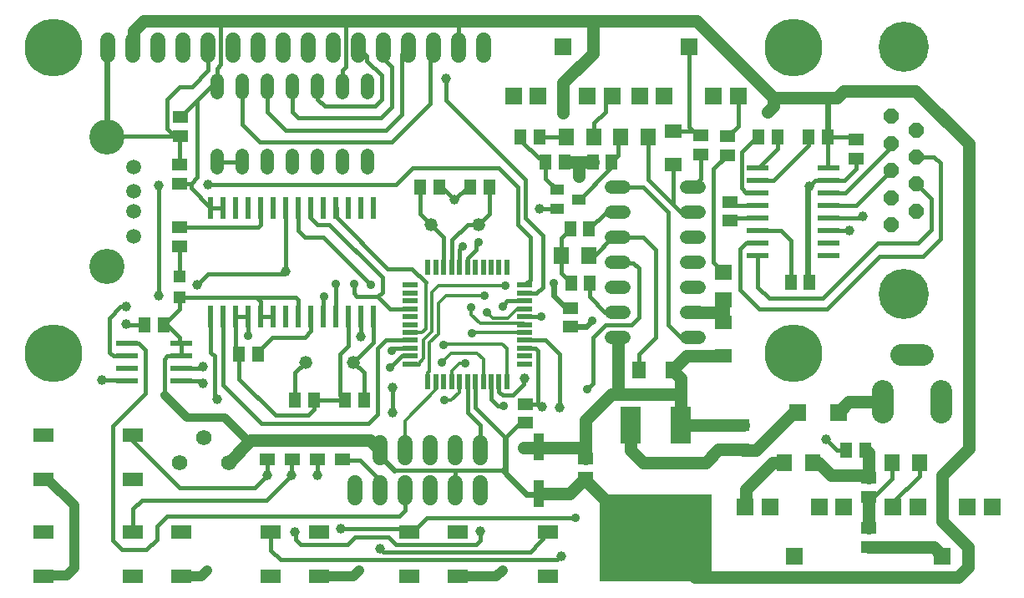
<source format=gtl>
G75*
%MOIN*%
%OFA0B0*%
%FSLAX24Y24*%
%IPPOS*%
%LPD*%
%AMOC8*
5,1,8,0,0,1.08239X$1,22.5*
%
%ADD10R,0.0197X0.0591*%
%ADD11R,0.0591X0.0197*%
%ADD12R,0.0820X0.1500*%
%ADD13R,0.4500X0.3500*%
%ADD14R,0.0515X0.0515*%
%ADD15R,0.0827X0.0551*%
%ADD16R,0.0394X0.1102*%
%ADD17R,0.0591X0.0512*%
%ADD18C,0.0860*%
%ADD19R,0.0630X0.0512*%
%ADD20R,0.0866X0.0236*%
%ADD21C,0.0520*%
%ADD22C,0.0600*%
%ADD23R,0.0650X0.0650*%
%ADD24OC8,0.0600*%
%ADD25C,0.2000*%
%ADD26R,0.0709X0.0551*%
%ADD27R,0.0551X0.0394*%
%ADD28R,0.0512X0.0630*%
%ADD29R,0.0551X0.0709*%
%ADD30R,0.0630X0.0709*%
%ADD31R,0.0709X0.0630*%
%ADD32R,0.0709X0.0669*%
%ADD33R,0.0512X0.0591*%
%ADD34R,0.0236X0.0866*%
%ADD35C,0.0594*%
%ADD36C,0.1406*%
%ADD37R,0.0472X0.0472*%
%ADD38C,0.0520*%
%ADD39C,0.0620*%
%ADD40C,0.2300*%
%ADD41C,0.0500*%
%ADD42C,0.0160*%
%ADD43C,0.0240*%
%ADD44C,0.0320*%
%ADD45C,0.0396*%
%ADD46C,0.0357*%
%ADD47C,0.0400*%
%ADD48C,0.0120*%
D10*
X017368Y008849D03*
X017683Y008849D03*
X017998Y008849D03*
X018313Y008849D03*
X018628Y008849D03*
X018943Y008849D03*
X019257Y008849D03*
X019572Y008849D03*
X019887Y008849D03*
X020202Y008849D03*
X020517Y008849D03*
X020517Y013416D03*
X020202Y013416D03*
X019887Y013416D03*
X019572Y013416D03*
X019257Y013416D03*
X018943Y013416D03*
X018628Y013416D03*
X018313Y013416D03*
X017998Y013416D03*
X017683Y013416D03*
X017368Y013416D03*
D11*
X016659Y012708D03*
X016659Y012393D03*
X016659Y012078D03*
X016659Y011763D03*
X016659Y011448D03*
X016659Y011133D03*
X016659Y010818D03*
X016659Y010503D03*
X016659Y010188D03*
X016659Y009873D03*
X016659Y009558D03*
X021226Y009558D03*
X021226Y009873D03*
X021226Y010188D03*
X021226Y010503D03*
X021226Y010818D03*
X021226Y011133D03*
X021226Y011448D03*
X021226Y011763D03*
X021226Y012078D03*
X021226Y012393D03*
X021226Y012708D03*
D12*
X025443Y007133D03*
X027443Y007133D03*
D13*
X026443Y002633D03*
D14*
X029943Y006141D03*
X029943Y007125D03*
D15*
X002006Y001094D03*
X002006Y002865D03*
X005588Y002865D03*
X007517Y002865D03*
X007517Y001094D03*
X005588Y001094D03*
X011100Y001094D03*
X013033Y001094D03*
X013033Y002865D03*
X011100Y002865D03*
X016616Y002865D03*
X018557Y002865D03*
X018557Y001094D03*
X016616Y001094D03*
X022139Y001094D03*
X022139Y002865D03*
X005592Y004956D03*
X005592Y006727D03*
X002009Y006727D03*
X002009Y004956D03*
D16*
X021797Y004389D03*
X021797Y006239D03*
D17*
X023647Y005771D03*
X023647Y005023D03*
X023041Y011042D03*
X023041Y011790D03*
X029423Y015279D03*
X029423Y016027D03*
X028265Y017936D03*
X028265Y018684D03*
X034443Y018507D03*
X034443Y017759D03*
X007478Y018660D03*
X007478Y019408D03*
X007443Y017507D03*
X007443Y016759D03*
D18*
X035506Y008476D02*
X035506Y007616D01*
X037868Y007616D02*
X037868Y008476D01*
X037117Y009936D02*
X036257Y009936D01*
D19*
X034943Y005007D03*
X034943Y004259D03*
X034943Y003007D03*
X034943Y002259D03*
X021265Y007216D03*
X021265Y007964D03*
X013943Y006507D03*
X013943Y005759D03*
X012950Y005759D03*
X011943Y005759D03*
X010943Y005759D03*
X010943Y006507D03*
X011943Y006507D03*
X012950Y006507D03*
X007443Y014259D03*
X007443Y015007D03*
X029324Y017897D03*
X029324Y018645D03*
D20*
X030525Y017383D03*
X030525Y016883D03*
X030525Y016383D03*
X030525Y015883D03*
X030525Y015383D03*
X030525Y014883D03*
X030525Y014383D03*
X030525Y013883D03*
X033360Y013883D03*
X033360Y014383D03*
X033360Y014883D03*
X033360Y015383D03*
X033360Y015883D03*
X033360Y016383D03*
X033360Y016883D03*
X033360Y017383D03*
X007525Y010383D03*
X007525Y009883D03*
X007525Y009383D03*
X007525Y008883D03*
X005360Y008883D03*
X005360Y009383D03*
X005360Y009883D03*
X005360Y010383D03*
D21*
X008943Y017373D02*
X008943Y017893D01*
X009943Y017893D02*
X009943Y017373D01*
X010943Y017373D02*
X010943Y017893D01*
X011943Y017893D02*
X011943Y017373D01*
X012943Y017373D02*
X012943Y017893D01*
X013943Y017893D02*
X013943Y017373D01*
X014943Y017373D02*
X014943Y017893D01*
X014943Y020373D02*
X014943Y020893D01*
X013943Y020893D02*
X013943Y020373D01*
X012943Y020373D02*
X012943Y020893D01*
X011943Y020893D02*
X011943Y020373D01*
X010943Y020373D02*
X010943Y020893D01*
X009943Y020893D02*
X009943Y020373D01*
X008943Y020373D02*
X008943Y020893D01*
X024683Y016633D02*
X025203Y016633D01*
X025203Y015633D02*
X024683Y015633D01*
X024683Y014633D02*
X025203Y014633D01*
X025203Y013633D02*
X024683Y013633D01*
X024683Y012633D02*
X025203Y012633D01*
X025203Y011633D02*
X024683Y011633D01*
X024683Y010633D02*
X025203Y010633D01*
X027683Y010633D02*
X028203Y010633D01*
X028203Y011633D02*
X027683Y011633D01*
X027683Y012633D02*
X028203Y012633D01*
X028203Y013633D02*
X027683Y013633D01*
X027683Y014633D02*
X028203Y014633D01*
X028203Y015633D02*
X027683Y015633D01*
X027683Y016633D02*
X028203Y016633D01*
D22*
X019596Y021880D02*
X019596Y022480D01*
X018596Y022480D02*
X018596Y021880D01*
X017596Y021880D02*
X017596Y022480D01*
X016596Y022480D02*
X016596Y021880D01*
X015596Y021880D02*
X015596Y022480D01*
X014596Y022480D02*
X014596Y021880D01*
X013596Y021880D02*
X013596Y022480D01*
X012596Y022480D02*
X012596Y021880D01*
X011596Y021880D02*
X011596Y022480D01*
X010596Y022480D02*
X010596Y021880D01*
X009596Y021880D02*
X009596Y022480D01*
X008596Y022480D02*
X008596Y021880D01*
X007596Y021880D02*
X007596Y022480D01*
X006596Y022480D02*
X006596Y021880D01*
X005596Y021880D02*
X005596Y022480D01*
X004596Y022480D02*
X004596Y021880D01*
X015443Y006433D02*
X015443Y005833D01*
X016443Y005833D02*
X016443Y006433D01*
X017443Y006433D02*
X017443Y005833D01*
X018443Y005833D02*
X018443Y006433D01*
X019443Y006433D02*
X019443Y005833D01*
X019462Y004834D02*
X019462Y004234D01*
X018462Y004234D02*
X018462Y004834D01*
X017462Y004834D02*
X017462Y004234D01*
X016462Y004234D02*
X016462Y004834D01*
X015462Y004834D02*
X015462Y004234D01*
X014462Y004234D02*
X014462Y004834D01*
D23*
X030033Y003865D03*
X031017Y003865D03*
X032986Y003865D03*
X033970Y003865D03*
X035935Y003865D03*
X036919Y003865D03*
X038887Y003865D03*
X039872Y003865D03*
X037903Y001897D03*
X032002Y001897D03*
X029742Y020239D03*
X028757Y020239D03*
X026789Y020239D03*
X025805Y020239D03*
X024714Y020251D03*
X023730Y020251D03*
X021761Y020251D03*
X020777Y020251D03*
X022746Y022219D03*
X027773Y022208D03*
D24*
X035860Y019442D03*
X036860Y018902D03*
X035860Y018362D03*
X036860Y017822D03*
X035860Y017282D03*
X036860Y016742D03*
X035860Y016202D03*
X036860Y015662D03*
X035860Y015122D03*
D25*
X036360Y012352D03*
X036360Y022212D03*
D26*
X027147Y018842D03*
X027147Y017503D03*
X029159Y011216D03*
X029159Y009877D03*
D27*
X022509Y015759D03*
X023376Y016133D03*
X022509Y016507D03*
D28*
X022817Y017633D03*
X022069Y017633D03*
X021817Y018633D03*
X021069Y018633D03*
X023950Y017633D03*
X024698Y017633D03*
X023797Y014948D03*
X023049Y014948D03*
X023088Y012794D03*
X023836Y012794D03*
X034069Y006133D03*
X034817Y006133D03*
D29*
X027112Y009310D03*
X025773Y009310D03*
D30*
X031604Y005605D03*
X032706Y005605D03*
X035891Y005633D03*
X036994Y005633D03*
X023797Y013901D03*
X022694Y013901D03*
X022891Y018633D03*
X023994Y018633D03*
X025049Y018633D03*
X026151Y018633D03*
D31*
X029159Y013223D03*
X029159Y012121D03*
D32*
X032135Y007633D03*
X033750Y007633D03*
D33*
X032596Y012826D03*
X031848Y012826D03*
X031317Y018633D03*
X030569Y018633D03*
X032569Y018633D03*
X033317Y018633D03*
X019817Y016633D03*
X019069Y016633D03*
X017817Y016633D03*
X017069Y016633D03*
X006817Y011133D03*
X006069Y011133D03*
X009836Y009940D03*
X010584Y009940D03*
X012069Y008133D03*
X012817Y008133D03*
X014069Y008133D03*
X014817Y008133D03*
D34*
X014693Y011468D03*
X015193Y011468D03*
X014193Y011468D03*
X013693Y011468D03*
X013193Y011468D03*
X012693Y011468D03*
X012193Y011468D03*
X011693Y011468D03*
X011193Y011468D03*
X010693Y011468D03*
X010193Y011468D03*
X009693Y011468D03*
X009193Y011468D03*
X008693Y011468D03*
X008693Y015798D03*
X009193Y015798D03*
X009693Y015798D03*
X010193Y015798D03*
X010693Y015798D03*
X011193Y015798D03*
X011693Y015798D03*
X012193Y015798D03*
X012693Y015798D03*
X013193Y015798D03*
X013693Y015798D03*
X014193Y015798D03*
X014693Y015798D03*
X015193Y015798D03*
D35*
X005635Y015653D03*
X005635Y016440D03*
X005635Y017424D03*
X005635Y014668D03*
D36*
X004569Y013460D03*
X004569Y018633D03*
D37*
X007443Y013046D03*
X007443Y012219D03*
D38*
X012493Y009633D03*
X014393Y009633D03*
X017493Y015133D03*
X019393Y015133D03*
D39*
X008427Y006617D03*
X009411Y005633D03*
X007443Y005633D03*
D40*
X002411Y009975D03*
X002411Y022180D03*
X031939Y022180D03*
X031939Y009975D03*
D41*
X029159Y009877D02*
X027679Y009877D01*
X027112Y009310D01*
X027443Y008979D01*
X027443Y008401D01*
X027403Y008361D01*
X026092Y008361D01*
X025305Y008361D01*
X024943Y008361D01*
X024943Y010633D01*
X027943Y011633D02*
X029159Y011633D01*
X029159Y012121D01*
X029159Y011633D02*
X029159Y011216D01*
X027443Y008401D02*
X027443Y007133D01*
X027450Y007125D01*
X029943Y007125D01*
X029943Y006141D02*
X028950Y006141D01*
X028443Y005633D01*
X025943Y005633D01*
X025443Y006133D01*
X025443Y007133D01*
X024675Y008361D02*
X023647Y007334D01*
X023647Y006294D01*
X023588Y006235D01*
X022411Y006235D01*
X021801Y006235D01*
X021797Y006239D01*
X022411Y006235D02*
X021171Y006235D01*
X023647Y006294D02*
X023647Y005771D01*
X023647Y005023D02*
X023013Y004389D01*
X021797Y004389D01*
X023647Y004928D02*
X025943Y002633D01*
X026443Y002633D01*
X028037Y001038D01*
X038513Y001038D01*
X038927Y001452D01*
X038927Y002259D01*
X037883Y003302D01*
X037883Y005133D01*
X038946Y006196D01*
X038946Y018342D01*
X036820Y020468D01*
X033946Y020468D01*
X033671Y020192D01*
X033443Y020192D01*
X031151Y020192D01*
X031151Y019838D01*
X030935Y019621D01*
X031151Y020192D02*
X028080Y023263D01*
X023943Y023263D01*
X023943Y021960D01*
X022765Y020782D01*
X022765Y019601D01*
X022817Y017633D02*
X023443Y017633D01*
X023395Y017586D01*
X023395Y017042D01*
X023443Y017633D02*
X023950Y017633D01*
X023943Y023263D02*
X018710Y023263D01*
X014045Y023263D01*
X009124Y023263D01*
X006013Y023263D01*
X005620Y022869D01*
X005620Y022204D01*
X005596Y022180D01*
X024675Y008361D02*
X024943Y008361D01*
X029943Y006141D02*
X029950Y006133D01*
X030443Y006133D01*
X031943Y007633D01*
X032135Y007633D01*
X033750Y007633D02*
X034163Y008046D01*
X035506Y008046D01*
X034817Y006133D02*
X034943Y006007D01*
X034943Y005007D01*
X034817Y005133D01*
X033443Y005133D01*
X032970Y005605D01*
X032706Y005605D01*
X031604Y005605D02*
X031112Y005605D01*
X030069Y004562D01*
X030069Y003901D01*
X030033Y003865D01*
X034943Y004259D02*
X034943Y003007D01*
X034943Y002259D02*
X037541Y002259D01*
X037903Y001897D01*
X023647Y004928D02*
X023647Y005023D01*
X015443Y006133D02*
X015069Y006507D01*
X013943Y006507D01*
X012950Y006507D01*
X011943Y006507D01*
X010943Y006507D01*
X010285Y006507D01*
X010228Y006450D01*
X009411Y005633D01*
D42*
X010439Y004633D02*
X007443Y004633D01*
X005592Y006483D01*
X005592Y006727D01*
X004793Y007101D02*
X004793Y002515D01*
X005167Y002141D01*
X006131Y002141D01*
X006545Y002554D01*
X006545Y003086D01*
X006958Y003499D01*
X016230Y003499D01*
X016466Y003735D01*
X016466Y004531D01*
X016462Y004534D01*
X015462Y004534D02*
X015462Y004916D01*
X014655Y005723D01*
X013978Y005723D01*
X013943Y005759D01*
X012950Y005759D02*
X012950Y005125D01*
X012946Y005121D01*
X011935Y005133D02*
X011935Y005751D01*
X011943Y005759D01*
X011935Y005133D02*
X010935Y004133D01*
X005943Y004133D01*
X005588Y003779D01*
X005588Y002865D01*
X010439Y004633D02*
X010939Y005133D01*
X010943Y005137D01*
X010943Y005759D01*
X010718Y007180D02*
X009193Y008706D01*
X009193Y011468D01*
X009693Y011468D02*
X009693Y010084D01*
X009836Y009940D01*
X009836Y008968D01*
X011289Y007515D01*
X012588Y007515D01*
X012824Y007751D01*
X012824Y008125D01*
X012817Y008133D01*
X014069Y008133D01*
X013868Y008334D01*
X013868Y009956D01*
X014193Y010281D01*
X014193Y011468D01*
X014693Y011468D02*
X014693Y010662D01*
X014675Y010645D01*
X015193Y010433D02*
X014393Y009633D01*
X014817Y009209D01*
X014817Y008133D01*
X014069Y008133D02*
X013943Y008259D01*
X014990Y007180D02*
X015364Y007554D01*
X015364Y010192D01*
X015679Y010507D01*
X016663Y010507D01*
X016659Y010503D01*
X016659Y010188D02*
X016029Y010188D01*
X015915Y010074D01*
X016324Y009873D02*
X015856Y009405D01*
X016324Y009873D02*
X016659Y009873D01*
X016659Y009558D02*
X016974Y009558D01*
X015943Y008633D02*
X015943Y007633D01*
X014990Y007180D02*
X010718Y007180D01*
X012069Y008133D02*
X012069Y009209D01*
X012493Y009633D01*
X011159Y010633D02*
X010584Y010058D01*
X010584Y009940D01*
X010187Y010684D02*
X010187Y011462D01*
X010193Y011468D01*
X009693Y011468D01*
X010693Y011468D02*
X011193Y011468D01*
X010698Y011473D02*
X010693Y011468D01*
X010698Y011473D02*
X010698Y012042D01*
X010561Y012180D01*
X010600Y012219D01*
X012076Y012219D01*
X012193Y012103D01*
X012193Y011468D01*
X012693Y011468D02*
X012693Y010883D01*
X012443Y010633D01*
X011159Y010633D01*
X013193Y011468D02*
X013193Y012233D01*
X013218Y012259D01*
X013693Y012749D02*
X013691Y012751D01*
X013693Y012749D02*
X013693Y011468D01*
X014537Y012259D02*
X014419Y012377D01*
X014419Y012751D01*
X015088Y012731D02*
X013187Y014633D01*
X012443Y014633D01*
X012193Y014883D01*
X012193Y015798D01*
X012693Y015798D02*
X012693Y015383D01*
X012943Y015133D01*
X013435Y015133D01*
X015541Y013027D01*
X015541Y012436D01*
X015364Y012259D01*
X014537Y012259D01*
X015364Y012259D02*
X015860Y011763D01*
X016659Y011763D01*
X015193Y011468D02*
X015193Y010433D01*
X018943Y008849D02*
X018943Y007633D01*
X019443Y007133D01*
X019443Y006133D01*
X020443Y006633D02*
X020943Y007133D01*
X021183Y007133D01*
X021265Y007216D01*
X020443Y006633D02*
X019257Y007818D01*
X019257Y008849D01*
X019887Y008849D02*
X019887Y008168D01*
X020167Y007889D01*
X020403Y007889D01*
X020344Y008322D02*
X020757Y008322D01*
X021191Y008755D01*
X021191Y008971D01*
X021210Y008991D01*
X020202Y008849D02*
X020202Y008464D01*
X020344Y008322D01*
X021265Y007964D02*
X021805Y007964D01*
X021919Y007849D01*
X021761Y008007D01*
X021761Y010074D01*
X021647Y010188D01*
X021226Y010188D01*
X021226Y010503D02*
X022061Y010503D01*
X022608Y009956D01*
X022608Y007830D01*
X023710Y008538D02*
X023943Y008771D01*
X023943Y010633D01*
X024443Y011133D01*
X025466Y011133D01*
X025482Y011117D01*
X025777Y011412D01*
X025777Y013381D01*
X025561Y013597D01*
X024978Y013597D01*
X024943Y013633D01*
X024013Y013901D02*
X024734Y014621D01*
X024931Y014621D01*
X024943Y014633D01*
X025943Y014633D01*
X026443Y014133D01*
X026443Y010633D01*
X025773Y009964D01*
X025773Y009310D01*
X027443Y010633D02*
X027943Y010633D01*
X027443Y010633D02*
X026943Y011133D01*
X026943Y015633D01*
X025943Y016633D01*
X024943Y016633D01*
X024635Y017338D02*
X024635Y017570D01*
X024698Y017633D01*
X024943Y017877D01*
X024943Y018527D01*
X025049Y018633D01*
X023994Y018633D02*
X023994Y019184D01*
X024443Y019633D01*
X024443Y019979D01*
X024714Y020251D01*
X026151Y018633D02*
X026151Y016924D01*
X027147Y015928D01*
X027147Y017503D01*
X027943Y016633D02*
X028265Y016956D01*
X028265Y017936D01*
X028265Y018684D02*
X028108Y018842D01*
X027943Y018842D01*
X027773Y019011D01*
X027773Y022208D01*
X029742Y020239D02*
X029742Y019062D01*
X029324Y018645D01*
X029324Y017897D02*
X028769Y017342D01*
X028769Y013613D01*
X029159Y013223D01*
X029832Y012534D02*
X030600Y011767D01*
X033297Y011767D01*
X035383Y013853D01*
X037116Y013853D01*
X037824Y014562D01*
X037824Y017574D01*
X037569Y017830D01*
X036867Y017830D01*
X036860Y017822D01*
X035860Y018227D02*
X034025Y016393D01*
X033370Y016393D01*
X033360Y016383D01*
X033360Y015883D02*
X034460Y015883D01*
X035860Y017282D01*
X036860Y016742D02*
X037450Y016152D01*
X037450Y014916D01*
X036919Y014385D01*
X035324Y014385D01*
X033120Y012180D01*
X030974Y012180D01*
X030525Y012629D01*
X030525Y013883D01*
X030525Y014383D02*
X030047Y014383D01*
X029832Y014168D01*
X029832Y012534D01*
X031840Y012834D02*
X031848Y012826D01*
X031840Y012834D02*
X031840Y014483D01*
X031441Y014883D01*
X030525Y014883D01*
X030525Y015383D02*
X029527Y015383D01*
X029423Y015279D01*
X029567Y015883D02*
X029423Y016027D01*
X029567Y015883D02*
X030525Y015883D01*
X030525Y016383D02*
X030515Y016393D01*
X030069Y016393D01*
X029891Y016570D01*
X029891Y018027D01*
X030498Y018633D01*
X030569Y018633D01*
X031309Y018625D02*
X031317Y018633D01*
X031309Y018625D02*
X031309Y018145D01*
X030547Y017383D01*
X030525Y017383D01*
X030525Y016883D02*
X031149Y016883D01*
X032569Y018302D01*
X032569Y018633D01*
X033317Y018633D02*
X034317Y018633D01*
X034443Y018507D01*
X034443Y017759D02*
X034443Y017342D01*
X033986Y016885D01*
X033362Y016885D01*
X033360Y016883D01*
X033358Y016885D01*
X032805Y016885D01*
X032588Y016668D01*
X032596Y016660D01*
X033317Y017426D02*
X033360Y017383D01*
X033317Y017426D02*
X033317Y018633D01*
X035860Y018362D02*
X035860Y018227D01*
X034734Y015448D02*
X034669Y015383D01*
X033360Y015383D01*
X033360Y014883D02*
X034196Y014883D01*
X034202Y014877D01*
X027943Y015633D02*
X027443Y015633D01*
X027147Y015928D01*
X024943Y015633D02*
X024482Y015633D01*
X023797Y014948D01*
X023049Y014948D02*
X022694Y014594D01*
X022694Y013901D01*
X022694Y013188D01*
X023088Y012794D01*
X023828Y012786D02*
X023836Y012794D01*
X023828Y012786D02*
X023828Y012239D01*
X024435Y011633D01*
X024943Y011633D01*
X021899Y011452D02*
X021856Y011448D01*
X021226Y011448D01*
X020537Y012078D02*
X020344Y011865D01*
X020537Y012078D02*
X021226Y012078D01*
X021226Y012393D02*
X021702Y012393D01*
X021943Y012633D01*
X021943Y014696D01*
X021250Y015389D01*
X021250Y016924D01*
X018100Y020074D01*
X018100Y020960D01*
X017443Y019956D02*
X015923Y018436D01*
X010639Y018436D01*
X009943Y019133D01*
X009943Y020633D01*
X008943Y020633D02*
X008702Y020633D01*
X008159Y020090D01*
X008159Y017003D01*
X007915Y016759D01*
X007915Y016576D01*
X008693Y015798D01*
X009193Y015798D01*
X010693Y015798D02*
X010698Y015792D01*
X010698Y015133D01*
X010572Y015007D01*
X007443Y015007D01*
X007443Y014259D02*
X007443Y013046D01*
X008139Y012712D02*
X008572Y013145D01*
X011604Y013145D01*
X011702Y013243D01*
X011693Y013253D01*
X011693Y015798D01*
X013693Y015798D02*
X013710Y015781D01*
X013710Y015408D01*
X015757Y013361D01*
X016722Y013361D01*
X017273Y012810D01*
X017998Y013416D02*
X017998Y014628D01*
X017493Y015133D01*
X017069Y015557D01*
X017069Y016633D01*
X017817Y016633D02*
X017919Y016633D01*
X018435Y016117D01*
X018950Y016633D01*
X019069Y016633D01*
X019817Y016633D02*
X019817Y015557D01*
X019393Y015133D01*
X018943Y015133D01*
X018313Y014503D01*
X018313Y013416D01*
X018628Y013416D02*
X018628Y014125D01*
X018750Y014247D01*
X018943Y013771D02*
X019301Y014129D01*
X019301Y014326D01*
X019380Y014405D01*
X018943Y013771D02*
X018943Y013416D01*
X021226Y012708D02*
X021443Y012924D01*
X021443Y014633D01*
X020943Y015133D01*
X020943Y016633D01*
X020198Y017377D01*
X016742Y017377D01*
X016092Y016727D01*
X008584Y016727D01*
X007915Y016759D02*
X007443Y016759D01*
X006624Y016688D02*
X006624Y012286D01*
X007443Y012219D02*
X007443Y011759D01*
X006817Y011133D01*
X006943Y011133D01*
X007443Y010633D01*
X007443Y010466D01*
X007525Y010383D01*
X007525Y009883D01*
X006964Y009883D01*
X006840Y009759D01*
X006840Y008322D01*
X006072Y008381D02*
X004793Y007101D01*
X006072Y008381D02*
X006072Y010133D01*
X005822Y010383D01*
X005360Y010383D01*
X004807Y009883D02*
X004655Y010034D01*
X004655Y011393D01*
X005104Y011842D01*
X005305Y011842D01*
X005324Y011137D02*
X005328Y011133D01*
X006069Y011133D01*
X007443Y012219D02*
X010521Y012219D01*
X010561Y012180D01*
X008693Y011468D02*
X008693Y010032D01*
X008848Y009877D01*
X008848Y008263D01*
X008946Y008164D01*
X008395Y008775D02*
X008287Y008883D01*
X007525Y008883D01*
X007525Y009383D02*
X008295Y009383D01*
X008376Y009464D01*
X005360Y009883D02*
X004807Y009883D01*
X004360Y008932D02*
X005311Y008932D01*
X005360Y008883D01*
X015443Y006133D02*
X015443Y005881D01*
X016013Y005310D02*
X018443Y005310D01*
X018462Y005290D01*
X018462Y004534D01*
X018443Y005310D02*
X020344Y005310D01*
X021773Y004365D02*
X021797Y004389D01*
X023246Y003420D02*
X017313Y003420D01*
X016757Y002865D01*
X016616Y002865D01*
X016506Y002975D01*
X013891Y002975D01*
X014439Y002653D02*
X014143Y002357D01*
X012273Y002357D01*
X012076Y002554D01*
X012076Y002849D01*
X012057Y002869D01*
X011100Y002865D02*
X011100Y002133D01*
X011486Y001747D01*
X022521Y001747D01*
X022675Y001901D01*
X022139Y002830D02*
X021443Y002054D01*
X015588Y002054D01*
X015462Y002180D01*
X015777Y002653D02*
X014439Y002653D01*
X015777Y002653D02*
X016072Y002357D01*
X019281Y002357D01*
X019458Y002534D01*
X019458Y002889D01*
X022139Y002865D02*
X022139Y002830D01*
X016616Y002865D02*
X016616Y002960D01*
X033257Y006550D02*
X033675Y006133D01*
X034069Y006133D01*
X035891Y005633D02*
X035895Y005629D01*
X035895Y004995D01*
X035159Y004259D01*
X034943Y004259D01*
X035935Y004050D02*
X036978Y005094D01*
X036978Y005617D01*
X036994Y005633D01*
X035935Y004050D02*
X035935Y003865D01*
X024013Y013901D02*
X023797Y013901D01*
X022509Y015759D02*
X022509Y015763D01*
X021820Y015763D01*
X022509Y016507D02*
X022069Y016948D01*
X022069Y017633D01*
X021931Y017771D01*
X021781Y017771D01*
X021069Y018483D01*
X021069Y018633D01*
X021817Y018633D02*
X022891Y018633D01*
X024635Y017338D02*
X023431Y016133D01*
X023376Y016133D01*
X027147Y018842D02*
X027943Y018842D01*
X018596Y022180D02*
X018596Y023149D01*
X018710Y023263D01*
X018592Y022184D02*
X018596Y022180D01*
X017596Y022180D02*
X017443Y022027D01*
X017443Y019956D01*
X016328Y019523D02*
X015702Y018897D01*
X011679Y018897D01*
X010943Y019633D01*
X010943Y020633D01*
X011943Y020633D02*
X011943Y019633D01*
X012191Y019385D01*
X015482Y019385D01*
X015915Y019818D01*
X015915Y021412D01*
X015639Y021688D01*
X015639Y022137D01*
X015596Y022180D01*
X014931Y021845D02*
X014596Y022180D01*
X014931Y021845D02*
X014931Y021668D01*
X015521Y021078D01*
X015521Y020113D01*
X015246Y019838D01*
X013238Y019838D01*
X012943Y020133D01*
X012943Y020633D01*
X013943Y020633D02*
X013943Y021271D01*
X014104Y021432D01*
X014104Y023204D01*
X014045Y023263D01*
X016328Y021912D02*
X016328Y019523D01*
X016328Y021912D02*
X016596Y022180D01*
X009104Y021531D02*
X008943Y021369D01*
X008943Y020633D01*
X008596Y021286D02*
X007943Y020633D01*
X007443Y020633D01*
X006943Y020133D01*
X006943Y018948D01*
X007254Y018637D01*
X007454Y018637D01*
X007478Y018660D01*
X004596Y018660D01*
X004569Y018633D01*
X007443Y018625D02*
X007443Y017507D01*
X008943Y017633D02*
X009943Y017633D01*
X007478Y018660D02*
X007443Y018625D01*
X007478Y019408D02*
X008159Y020090D01*
X008596Y021286D02*
X008596Y022180D01*
X009104Y021531D02*
X009104Y023243D01*
X009124Y023263D01*
X005635Y022141D02*
X005596Y022180D01*
X005600Y022184D01*
X004596Y022180D02*
X004569Y022153D01*
D43*
X004569Y018633D01*
X022391Y012771D02*
X022391Y012279D01*
X022880Y011790D01*
X023041Y011790D01*
X023675Y011042D02*
X023907Y011275D01*
X023675Y011042D02*
X023041Y011042D01*
X020443Y006633D02*
X020443Y005212D01*
X020344Y005310D01*
X020443Y005212D02*
X021289Y004365D01*
X021773Y004365D01*
X016013Y005310D02*
X015443Y005881D01*
X032509Y012912D02*
X032596Y012826D01*
X032509Y012912D02*
X032509Y016574D01*
X032596Y016660D01*
X033317Y018633D02*
X033317Y020066D01*
X033443Y020192D01*
D44*
X010228Y006450D02*
X009261Y007416D01*
X008021Y007416D01*
X007746Y007416D01*
X006840Y008322D01*
D45*
X008395Y008775D03*
X008376Y009464D03*
X008946Y008164D03*
X004360Y008932D03*
X005324Y011137D03*
X005305Y011842D03*
X006624Y012286D03*
X008139Y012712D03*
X011702Y013243D03*
X014675Y010645D03*
X015943Y008633D03*
X015943Y007633D03*
X012946Y005121D03*
X011935Y005133D03*
X010939Y005133D03*
X013891Y002975D03*
X015462Y002180D03*
X014635Y001334D03*
X012057Y002869D03*
X008553Y001334D03*
X003242Y003912D03*
X019458Y002889D03*
X020344Y001334D03*
X022675Y001901D03*
X022411Y006235D03*
X021171Y006235D03*
X021919Y007849D03*
X022608Y007830D03*
X021210Y008991D03*
X025305Y008361D03*
X026092Y008361D03*
X033257Y006550D03*
X034202Y014877D03*
X034734Y015448D03*
X032588Y016668D03*
X030935Y019621D03*
X023395Y017042D03*
X021820Y015763D03*
X018435Y016117D03*
X022765Y019601D03*
X018100Y020960D03*
X008584Y016727D03*
X006624Y016688D03*
D46*
X013691Y012751D03*
X013218Y012259D03*
X014419Y012751D03*
X015088Y012731D03*
X018750Y014247D03*
X019380Y014405D03*
X020462Y012692D03*
X019608Y012279D03*
X020344Y011865D03*
X019722Y011609D03*
X019104Y011806D03*
X019124Y010802D03*
X017982Y010310D03*
X017931Y009629D03*
X018848Y009582D03*
X018033Y008109D03*
X020403Y007889D03*
X023710Y008538D03*
X023907Y011275D03*
X021899Y011452D03*
X022391Y012771D03*
X015915Y010074D03*
X015856Y009405D03*
X010187Y010684D03*
X023246Y003420D03*
D47*
X020344Y001334D02*
X020104Y001094D01*
X018557Y001094D01*
X014635Y001334D02*
X014395Y001094D01*
X013033Y001094D01*
X008553Y001334D02*
X008313Y001094D01*
X007517Y001094D01*
X003242Y001432D02*
X002943Y001133D01*
X002045Y001133D01*
X002006Y001094D01*
X003242Y001432D02*
X003242Y003912D01*
X002198Y004956D01*
X002009Y004956D01*
D48*
X016443Y006133D02*
X016443Y007294D01*
X017687Y008538D01*
X017687Y008845D01*
X017683Y008849D01*
X017368Y008849D02*
X017368Y009204D01*
X017431Y009267D01*
X017431Y010408D01*
X017785Y010763D01*
X017785Y011983D01*
X018080Y012279D01*
X019608Y012279D01*
X019722Y011609D02*
X019958Y011393D01*
X020541Y011393D01*
X020915Y011767D01*
X021222Y011767D01*
X021226Y011763D01*
X021183Y011176D02*
X021226Y011133D01*
X021183Y011176D02*
X019458Y011176D01*
X019104Y011531D01*
X019104Y011806D01*
X017785Y012692D02*
X017588Y012495D01*
X017529Y012436D01*
X017529Y010842D01*
X017194Y010507D01*
X017194Y009779D01*
X016974Y009558D01*
X017931Y009629D02*
X018297Y009995D01*
X019320Y009995D01*
X019572Y009743D01*
X019572Y008849D01*
X018628Y008849D02*
X018628Y008436D01*
X018297Y008105D01*
X018037Y008105D01*
X018033Y008109D01*
X018313Y008849D02*
X018313Y009282D01*
X018612Y009582D01*
X018848Y009582D01*
X018041Y010369D02*
X017982Y010310D01*
X018041Y010369D02*
X020324Y010369D01*
X020517Y010176D01*
X020517Y008849D01*
X021226Y010818D02*
X019139Y010818D01*
X019124Y010802D01*
X017273Y010960D02*
X017131Y010818D01*
X016659Y010818D01*
X017273Y010960D02*
X017273Y012810D01*
X017785Y012692D02*
X020462Y012692D01*
M02*

</source>
